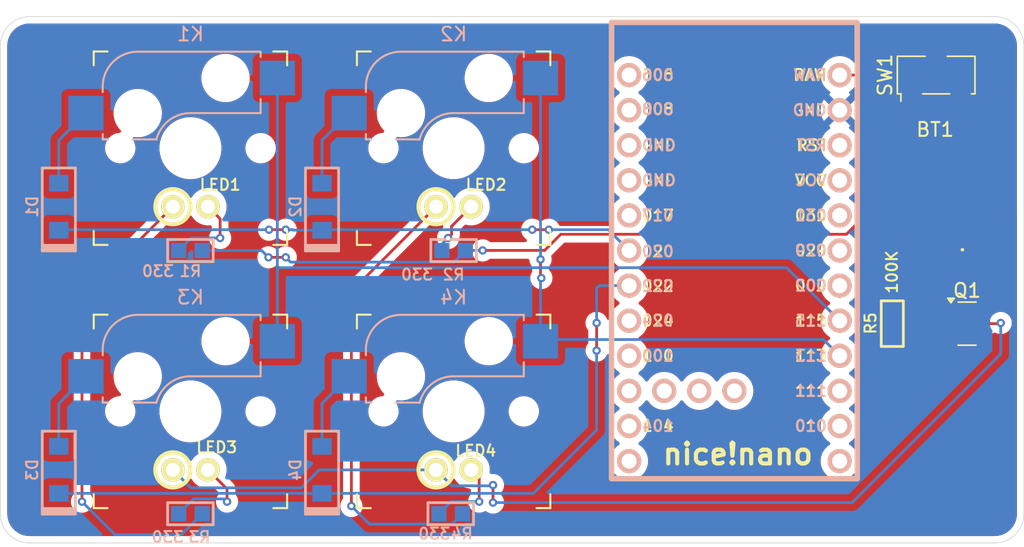
<source format=kicad_pcb>
(kicad_pcb (version 20241229) (generator "pcbnew") (generator_version "9.0")
  (layers (0 "F.Cu" signal) (2 "B.Cu" signal) (13 "F.Paste" user) (15 "B.Paste" user) (5 "F.SilkS" user "F.Silkscreen") (7 "B.SilkS" user "B.Silkscreen") (1 "F.Mask" user) (3 "B.Mask" user) (25 "Edge.Cuts" user))
  (net 0 "")
  (net 1 "GND")
  (net 2 "+3V3")
  (net 3 "Net-(D1-Pad2)")
  (net 4 "/row 1")
  (net 5 "Net-(D2-Pad2)")
  (net 6 "Net-(D3-Pad2)")
  (net 7 "/row 2")
  (net 8 "Net-(D4-Pad2)")
  (net 9 "/col 1")
  (net 10 "Net-(LED1-K)")
  (net 11 "Net-(LED1-A)")
  (net 12 "Net-(LED2-K)")
  (net 13 "Net-(LED2-A)")
  (net 14 "Net-(LED3-K)")
  (net 15 "Net-(LED3-A)")
  (net 16 "Net-(LED4-A)")
  (net 17 "/LED control pin")
  (net 18 "Net-(SW1-C)")
  (net 28 "/col 2")
  (footprint "keyboard_parts.pretty-master:R_1608" (layer "F.Cu") (at 88.899972 50.799984 90)
    (property "Reference" "R5" (at 0.025 -1.575 90) (layer "F.SilkS") (effects (font (size 0.8 0.8))))
    (property "Value" "100K" (at 3.741056 -0.025 90) (layer "F.SilkS") (effects (font (size 0.8 0.8))))
    (fp_line (start 1.65 -0.8) (end 1.65 0.8) (stroke (width 0.2)) (layer "F.SilkS"))
    (fp_line (start -1.65 -0.8) (end 1.65 -0.8) (stroke (width 0.2)) (layer "F.SilkS"))
    (fp_line (start 1.65 0.8) (end -1.65 0.8) (stroke (width 0.2)) (layer "F.SilkS"))
    (fp_line (start -1.65 0.8) (end -1.65 -0.8) (stroke (width 0.2)) (layer "F.SilkS"))
    (pad "1" smd rect (at -0.85 0 90) (size 1.1 1.1) (layers "F.Cu" "F.Mask" "F.Paste") (net 17 "/LED control pin") (clearance 0.1))
    (pad "2" smd rect (at 0.85 0 90) (size 1.1 1.1) (layers "F.Cu" "F.Mask" "F.Paste") (net 1 "GND") (clearance 0.1))
  )
  (footprint "nicenano:nice_nano" (layer "F.Cu") (at 77.469978 46.778323 -90)
    (property "Reference" "U1" (hide yes))
    (property "Value" "nice_nano" (hide yes))
    (fp_line (start -17.78 8.89) (end -15.24 8.89) (stroke (width 0.381)) (layer "F.SilkS"))
    (fp_line (start -15.24 8.89) (end 15.24 8.89) (stroke (width 0.381)) (layer "F.SilkS"))
    (fp_line (start 15.24 8.89) (end 15.24 -8.89) (stroke (width 0.381)) (layer "F.SilkS"))
    (fp_line (start -17.78 -8.89) (end -17.78 8.89) (stroke (width 0.381)) (layer "F.SilkS"))
    (fp_line (start -15.24 -8.89) (end -17.78 -8.89) (stroke (width 0.381)) (layer "F.SilkS"))
    (fp_line (start 15.24 -8.89) (end -15.24 -8.89) (stroke (width 0.381)) (layer "F.SilkS"))
    (fp_line (start -17.78 8.89) (end 15.24 8.89) (stroke (width 0.381)) (layer "B.SilkS"))
    (fp_line (start 15.24 8.89) (end 15.24 -8.89) (stroke (width 0.381)) (layer "B.SilkS"))
    (fp_line (start -17.78 -8.89) (end -17.78 8.89) (stroke (width 0.381)) (layer "B.SilkS"))
    (fp_line (start 15.24 -8.89) (end -17.78 -8.89) (stroke (width 0.381)) (layer "B.SilkS"))
    (fp_text user "RST" (at -8.89 -5.588 0) (layer "F.SilkS") (effects (font (size 0.8 0.8))))
    (fp_text user "GND" (at -6.35 5.461 0) (layer "F.SilkS") (effects (font (size 0.8 0.8))))
    (fp_text user "111" (at 8.89 -5.537191 0) (layer "F.SilkS") (effects (font (size 0.8 0.8))))
    (fp_text user "104" (at 11.43 5.53719 0) (layer "F.SilkS") (effects (font (size 0.8 0.8))))
    (fp_text user "113" (at 6.35 -5.537191 0) (layer "F.SilkS") (effects (font (size 0.8 0.8))))
    (fp_text user "010" (at 11.43 -5.537191 0) (layer "F.SilkS") (effects (font (size 0.8 0.8))))
    (fp_text user "100" (at 6.35 5.53719 0) (layer "F.SilkS") (effects (font (size 0.8 0.8))))
    (fp_text user "006" (at -13.97 5.53719 0) (layer "F.SilkS") (effects (font (size 0.8 0.8))))
    (fp_text user "RAW" (at -13.97 -5.473715 0) (layer "F.SilkS") (effects (font (size 0.8 0.8))))
    (fp_text user "008" (at -11.5 5.53719 0) (layer "F.SilkS") (effects (font (size 0.8 0.8))))
    (fp_text user "022" (at 1.3 5.53719 0) (layer "F.SilkS") (effects (font (size 0.8 0.8))))
    (fp_text user "GND" (at -8.89 5.461 0) (layer "F.SilkS") (effects (font (size 0.8 0.8))))
    (fp_text user "017" (at -3.8 5.53719 0) (layer "F.SilkS") (effects (font (size 0.8 0.8))))
    (fp_text user "029" (at -1.27 -5.537191 0) (layer "F.SilkS") (effects (font (size 0.8 0.8))))
    (fp_text user "nice!nano" (at 13.462 -0.254 0) (layer "F.SilkS") (effects (font (size 1.5 1.5) (thickness 0.3))))
    (fp_text user "VCC" (at -6.35 -5.537191 0) (layer "F.SilkS") (effects (font (size 0.8 0.8))))
    (fp_text user "002" (at 1.27 -5.537191 0) (layer "F.SilkS") (effects (font (size 0.8 0.8))))
    (fp_text user "020" (at -1.2 5.53719 0) (layer "F.SilkS") (effects (font (size 0.8 0.8))))
    (fp_text user "115" (at 3.81 -5.537191 0) (layer "F.SilkS") (effects (font (size 0.8 0.8))))
    (fp_text user "024" (at 3.81 5.53719 0) (layer "F.SilkS") (effects (font (size 0.8 0.8))))
    (fp_text user "031" (at -3.81 -5.537191 0) (layer "F.SilkS") (effects (font (size 0.8 0.8))))
    (fp_text user "GND" (at -11.43 -5.454667 0) (layer "F.SilkS") (effects (font (size 0.8 0.8))))
    (fp_text user "002" (at 1.27 -5.537191 0) (layer "B.SilkS") (effects (font (size 0.8 0.8)) (justify mirror)))
    (fp_text user "022" (at 1.3 5.53719 0) (layer "B.SilkS") (effects (font (size 0.8 0.8)) (justify mirror)))
    (fp_text user "RAW" (at -13.97 -5.473715 0) (layer "B.SilkS") (effects (font (size 0.8 0.8)) (justify mirror)))
    (fp_text user "100" (at 6.35 5.53719 0) (layer "B.SilkS") (effects (font (size 0.8 0.8)) (justify mirror)))
    (fp_text user "113" (at 6.35 -5.537191 0) (layer "B.SilkS") (effects (font (size 0.8 0.8)) (justify mirror)))
    (fp_text user "111" (at 8.89 -5.537191 0) (layer "B.SilkS") (effects (font (size 0.8 0.8)) (justify mirror)))
    (fp_text user "006" (at -13.97 5.53719 0) (layer "B.SilkS") (effects (font (size 0.8 0.8)) (justify mirror)))
    (fp_text user "115" (at 3.81 -5.537191 0) (layer "B.SilkS") (effects (font (size 0.8 0.8)) (justify mirror)))
    (fp_text user "104" (at 11.43 5.53719 0) (layer "B.SilkS") (effects (font (size 0.8 0.8)) (justify mirror)))
    (fp_text user "GND" (at -11.43 -5.454667 0) (layer "B.SilkS") (effects (font (size 0.8 0.8)) (justify mirror)))
    (fp_text user "020" (at -1.2 5.53719 0) (layer "B.SilkS") (effects (font (size 0.8 0.8)) (justify mirror)))
    (fp_text user "GND" (at -6.35 5.461 0) (layer "B.SilkS") (effects (font (size 0.8 0.8)) (justify mirror)))
    (fp_text user "VCC" (at -6.35 -5.537191 0) (layer "B.SilkS") (effects (font (size 0.8 0.8)) (justify mirror)))
    (fp_text user "029" (at -1.27 -5.537191 0) (layer "B.SilkS") (effects (font (size 0.8 0.8)) (justify mirror)))
    (fp_text user "017" (at -3.81 5.53719 0) (layer "B.SilkS") (effects (font (size 0.8 0.8)) (justify mirror)))
    (fp_text user "GND" (at -8.89 5.461 0) (layer "B.SilkS") (effects (font (size 0.8 0.8)) (justify mirror)))
    (fp_text user "RST" (at -8.89 -5.588 0) (layer "B.SilkS") (effects (font (size 0.8 0.8)) (justify mirror)))
    (fp_text user "010" (at 11.43 -5.537191 0) (layer "B.SilkS") (effects (font (size 0.8 0.8)) (justify mirror)))
    (fp_text user "008" (at -11.5 5.53719 0) (layer "B.SilkS") (effects (font (size 0.8 0.8)) (justify mirror)))
    (fp_text user "024" (at 3.8 5.53719 0) (layer "B.SilkS") (effects (font (size 0.8 0.8)) (justify mirror)))
    (fp_text user "031" (at -3.81 -5.537191 0) (layer "B.SilkS") (effects (font (size 0.8 0.8)) (justify mirror)))
    (pad "1" thru_hole circle (at -13.97 7.62 270) (size 1.7526 1.7526) (drill 1.0922) (layers "*.Cu" "*.SilkS" "*.Mask"))
    (pad "2" thru_hole circle (at -11.43 7.62 270) (size 1.7526 1.7526) (drill 1.0922) (layers "*.Cu" "*.SilkS" "*.Mask"))
    (pad "3" thru_hole circle (at -8.89 7.62 270) (size 1.7526 1.7526) (drill 1.0922) (layers "*.Cu" "*.SilkS" "*.Mask"))
    (pad "4" thru_hole circle (at -6.35 7.62 270) (size 1.7526 1.7526) (drill 1.0922) (layers "*.Cu" "*.SilkS" "*.Mask"))
    (pad "5" thru_hole circle (at -3.81 7.62 270) (size 1.7526 1.7526) (drill 1.0922) (layers "*.Cu" "*.SilkS" "*.Mask"))
    (pad "6" thru_hole circle (at -1.27 7.62 270) (size 1.7526 1.7526) (drill 1.0922) (layers "*.Cu" "*.SilkS" "*.Mask") (net 4 "/row 1"))
    (pad "7" thru_hole circle (at 1.27 7.62 270) (size 1.7526 1.7526) (drill 1.0922) (layers "*.Cu" "*.SilkS" "*.Mask") (net 7 "/row 2"))
    (pad "8" thru_hole circle (at 3.81 7.62 270) (size 1.7526 1.7526) (drill 1.0922) (layers "*.Cu" "*.SilkS" "*.Mask"))
    (pad "9" thru_hole circle (at 6.35 7.62 270) (size 1.7526 1.7526) (drill 1.0922) (layers "*.Cu" "*.SilkS" "*.Mask"))
    (pad "10" thru_hole circle (at 8.89 7.62 270) (size 1.7526 1.7526) (drill 1.0922) (layers "*.Cu" "*.SilkS" "*.Mask"))
    (pad "11" thru_hole circle (at 11.43 7.62 270) (size 1.7526 1.7526) (drill 1.0922) (layers "*.Cu" "*.SilkS" "*.Mask"))
    (pad "12" thru_hole circle (at 13.97 7.62 270) (size 1.7526 1.7526) (drill 1.0922) (layers "*.Cu" "*.SilkS" "*.Mask"))
    (pad "13" thru_hole circle (at 13.97 -7.62 270) (size 1.7526 1.7526) (drill 1.0922) (layers "*.Cu" "*.SilkS" "*.Mask"))
    (pad "14" thru_hole circle (at 11.43 -7.62 270) (size 1.7526 1.7526) (drill 1.0922) (layers "*.Cu" "*.SilkS" "*.Mask"))
    (pad "15" thru_hole circle (at 8.89 -7.62 270) (size 1.7526 1.7526) (drill 1.0922) (layers "*.Cu" "*.SilkS" "*.Mask"))
    (pad "16" thru_hole circle (at 6.35 -7.62 270) (size 1.7526 1.7526) (drill 1.0922) (layers "*.Cu" "*.SilkS" "*.Mask") (net 28 "/col 2"))
    (pad "17" thru_hole circle (at 3.81 -7.62 270) (size 1.7526 1.7526) (drill 1.0922) (layers "*.Cu" "*.SilkS" "*.Mask") (net 9 "/col 1"))
    (pad "18" thru_hole circle (at 1.27 -7.62 270) (size 1.7526 1.7526) (drill 1.0922) (layers "*.Cu" "*.SilkS" "*.Mask"))
    (pad "19" thru_hole circle (at -1.27 -7.62 270) (size 1.7526 1.7526) (drill 1.0922) (layers "*.Cu" "*.SilkS" "*.Mask"))
    (pad "20" thru_hole circle (at -3.81 -7.62 270) (size 1.7526 1.7526) (drill 1.0922) (layers "*.Cu" "*.SilkS" "*.Mask"))
    (pad "21" thru_hole circle (at -6.35 -7.62 270) (size 1.7526 1.7526) (drill 1.0922) (layers "*.Cu" "*.SilkS" "*.Mask"))
    (pad "22" thru_hole circle (at -8.89 -7.62 270) (size 1.7526 1.7526) (drill 1.0922) (layers "*.Cu" "*.SilkS" "*.Mask"))
    (pad "23" thru_hole circle (at -11.43 -7.62 270) (size 1.7526 1.7526) (drill 1.0922) (layers "*.Cu" "*.SilkS" "*.Mask") (net 1 "GND"))
    (pad "24" thru_hole circle (at -13.97 -7.62 270) (size 1.7526 1.7526) (drill 1.0922) (layers "*.Cu" "*.SilkS" "*.Mask") (net 18 "Net-(SW1-C)"))
    (pad "31" thru_hole circle (at 8.89 5.08 270) (size 1.7526 1.7526) (drill 1.0922) (layers "*.Cu" "*.SilkS" "*.Mask"))
    (pad "32" thru_hole circle (at 8.89 2.54 270) (size 1.7526 1.7526) (drill 1.0922) (layers "*.Cu" "*.SilkS" "*.Mask"))
    (pad "33" thru_hole circle (at 8.89 0 270) (size 1.7526 1.7526) (drill 1.0922) (layers "*.Cu" "*.SilkS" "*.Mask"))
  )
  (footprint "keyboard_parts.pretty-master:LED_TH" (layer "F.Cu") (at 38.100006 61.383343)
    (property "Reference" "LED3" (at 1.899994 -1.633343 0) (layer "F.SilkS") (effects (font (size 0.8 0.8))))
    (property "Value" "LED" (hide yes))
    (fp_circle (center -1.27 0) (end -1.27 -1.27) (stroke (width 0.3)) (fill no) (layer "F.SilkS"))
    (pad "1" thru_hole circle (at -1.27 0) (size 1.7 1.7) (drill 1) (layers "*.Cu" "*.Mask" "F.SilkS") (net 14 "Net-(LED3-K)"))
    (pad "2" thru_hole circle (at 1.27 0) (size 1.7 1.7) (drill 1) (layers "*.Cu" "*.Mask" "F.SilkS") (net 15 "Net-(LED3-A)"))
  )
  (footprint "KeySwFootprint:Kailh_socket_MX" (layer "F.Cu") (at 38.1 57.15)
    (property "Reference" "K3" (at 0 -8.255 0) (layer "B.SilkS") (effects (justify mirror)))
    (property "Value" "KEYSW" (hide yes))
    (fp_line (start -7 -6) (end -7 -7) (stroke (width 0.15)) (layer "F.SilkS"))
    (fp_line (start -7 7) (end -7 6) (stroke (width 0.15)) (layer "F.SilkS"))
    (fp_line (start -7 7) (end -6 7) (stroke (width 0.15)) (layer "F.SilkS"))
    (fp_line (start -6 -7) (end -7 -7) (stroke (width 0.15)) (layer "F.SilkS"))
    (fp_line (start 6 7) (end 7 7) (stroke (width 0.15)) (layer "F.SilkS"))
    (fp_line (start 7 -7) (end 6 -7) (stroke (width 0.15)) (layer "F.SilkS"))
    (fp_line (start 7 -7) (end 7 -6) (stroke (width 0.15)) (layer "F.SilkS"))
    (fp_line (start 7 6) (end 7 7) (stroke (width 0.15)) (layer "F.SilkS"))
    (fp_line (start -6.35 -4.445) (end -6.35 -4.064) (stroke (width 0.15)) (layer "B.SilkS"))
    (fp_line (start -6.35 -1.016) (end -6.35 -0.635) (stroke (width 0.15)) (layer "B.SilkS"))
    (fp_line (start -5.969 -0.635) (end -6.35 -0.635) (stroke (width 0.15)) (layer "B.SilkS"))
    (fp_line (start -3.81 -6.985) (end 5.08 -6.985) (stroke (width 0.15)) (layer "B.SilkS"))
    (fp_line (start -2.464162 -0.635) (end -4.191 -0.635) (stroke (width 0.15)) (layer "B.SilkS"))
    (fp_line (start 5.08 -6.985) (end 5.08 -6.604) (stroke (width 0.15)) (layer "B.SilkS"))
    (fp_line (start 5.08 -3.556) (end 5.08 -2.54) (stroke (width 0.15)) (layer "B.SilkS"))
    (fp_line (start 5.08 -2.54) (end 0 -2.54) (stroke (width 0.15)) (layer "B.SilkS"))
    (fp_arc (start -6.35 -4.445) (mid -5.606051 -6.241051) (end -3.81 -6.985) (stroke (width 0.15)) (layer "B.SilkS"))
    (fp_arc (start -2.464162 -0.61604) (mid -1.563147 -2.002042) (end 0 -2.54) (stroke (width 0.15)) (layer "B.SilkS"))
    (pad "" np_thru_hole circle (at -5.08 0) (size 1.7018 1.7018) (drill 1.7018) (layers "*.Cu" "*.Mask"))
    (pad "" np_thru_hole circle (at -3.81 -2.54) (size 3 3) (drill 3) (layers "*.Cu" "*.Mask"))
    (pad "" np_thru_hole circle (at 0 0) (size 3.9878 3.9878) (drill 3.9878) (layers "*.Cu" "*.Mask"))
    (pad "" np_thru_hole circle (at 2.54 -5.08) (size 3 3) (drill 3) (layers "*.Cu" "*.Mask"))
    (pad "" np_thru_hole circle (at 5.08 0) (size 1.7018 1.7018) (drill 1.7018) (layers "*.Cu" "*.Mask"))
    (pad "1" smd rect (at 6.29 -5.08) (size 2.55 2.5) (layers "B.Cu" "B.Mask" "B.Paste") (net 9 "/col 1"))
    (pad "2" smd rect (at -7.56 -2.54) (size 2.55 2.5) (layers "B.Cu" "B.Mask" "B.Paste") (net 6 "Net-(D3-Pad2)"))
  )
  (footprint "Package_TO_SOT_SMD:SOT-23" (layer "F.Cu") (at 94.31247 50.799984)
    (property "Reference" "Q1" (at 0 -2.4 0) (layer "F.SilkS"))
    (property "Value" "2N7002")
    (fp_line (start 0 -1.56) (end -0.65 -1.56) (stroke (width 0.12)) (layer "F.SilkS"))
    (fp_line (start 0 -1.56) (end 0.65 -1.56) (stroke (width 0.12)) (layer "F.SilkS"))
    (fp_line (start 0 1.56) (end -0.65 1.56) (stroke (width 0.12)) (layer "F.SilkS"))
    (fp_line (start 0 1.56) (end 0.65 1.56) (stroke (width 0.12)) (layer "F.SilkS"))
    (fp_poly (pts (xy -1.1625 -1.51) (xy -1.4025 -1.84) (xy -0.9225 -1.84) (xy -1.1625 -1.51)) (stroke (width 0.12)) (fill yes) (layer "F.SilkS"))
    (pad "1" smd roundrect (at -0.9375 -0.95) (size 1.475 0.6) (layers "F.Cu" "F.Mask" "F.Paste") (net 17 "/LED control pin"))
    (pad "2" smd roundrect (at -0.9375 0.95) (size 1.475 0.6) (layers "F.Cu" "F.Mask" "F.Paste") (net 1 "GND"))
    (pad "3" smd roundrect (at 0.9375 0) (size 1.475 0.6) (layers "F.Cu" "F.Mask" "F.Paste") (net 14 "Net-(LED3-K)"))
  )
  (footprint "KeySwFootprint:Kailh_socket_MX" (layer "F.Cu") (at 57.15 38.1)
    (property "Reference" "K2" (at -0.000018 -8.255 0) (layer "B.SilkS") (effects (justify mirror)))
    (property "Value" "KEYSW" (hide yes))
    (fp_line (start -7 -6) (end -7 -7) (stroke (width 0.15)) (layer "F.SilkS"))
    (fp_line (start -7 7) (end -7 6) (stroke (width 0.15)) (layer "F.SilkS"))
    (fp_line (start -7 7) (end -6 7) (stroke (width 0.15)) (layer "F.SilkS"))
    (fp_line (start -6 -7) (end -7 -7) (stroke (width 0.15)) (layer "F.SilkS"))
    (fp_line (start 6 7) (end 7 7) (stroke (width 0.15)) (layer "F.SilkS"))
    (fp_line (start 7 -7) (end 6 -7) (stroke (width 0.15)) (layer "F.SilkS"))
    (fp_line (start 7 -7) (end 7 -6) (stroke (width 0.15)) (layer "F.SilkS"))
    (fp_line (start 7 6) (end 7 7) (stroke (width 0.15)) (layer "F.SilkS"))
    (fp_line (start -6.35 -4.445) (end -6.35 -4.064) (stroke (width 0.15)) (layer "B.SilkS"))
    (fp_line (start -6.35 -1.016) (end -6.35 -0.635) (stroke (width 0.15)) (layer "B.SilkS"))
    (fp_line (start -5.969 -0.635) (end -6.35 -0.635) (stroke (width 0.15)) (layer "B.SilkS"))
    (fp_line (start -3.81 -6.985) (end 5.08 -6.985) (stroke (width 0.15)) (layer "B.SilkS"))
    (fp_line (start -2.464162 -0.635) (end -4.191 -0.635) (stroke (width 0.15)) (layer "B.SilkS"))
    (fp_line (start 5.08 -6.985) (end 5.08 -6.604) (stroke (width 0.15)) (layer "B.SilkS"))
    (fp_line (start 5.08 -3.556) (end 5.08 -2.54) (stroke (width 0.15)) (layer "B.SilkS"))
    (fp_line (start 5.08 -2.54) (end 0 -2.54) (stroke (width 0.15)) (layer "B.SilkS"))
    (fp_arc (start -6.35 -4.445) (mid -5.606051 -6.241051) (end -3.81 -6.985) (stroke (width 0.15)) (layer "B.SilkS"))
    (fp_arc (start -2.464162 -0.61604) (mid -1.563147 -2.002042) (end 0 -2.54) (stroke (width 0.15)) (layer "B.SilkS"))
    (pad "" np_thru_hole circle (at -5.08 0) (size 1.7018 1.7018) (drill 1.7018) (layers "*.Cu" "*.Mask"))
    (pad "" np_thru_hole circle (at -3.81 -2.54) (size 3 3) (drill 3) (layers "*.Cu" "*.Mask"))
    (pad "" np_thru_hole circle (at 0 0) (size 3.9878 3.9878) (drill 3.9878) (layers "*.Cu" "*.Mask"))
    (pad "" np_thru_hole circle (at 2.54 -5.08) (size 3 3) (drill 3) (layers "*.Cu" "*.Mask"))
    (pad "" np_thru_hole circle (at 5.08 0) (size 1.7018 1.7018) (drill 1.7018) (layers "*.Cu" "*.Mask"))
    (pad "1" smd rect (at 6.29 -5.08) (size 2.55 2.5) (layers "B.Cu" "B.Mask" "B.Paste") (net 28 "/col 2"))
    (pad "2" smd rect (at -7.56 -2.54) (size 2.55 2.5) (layers "B.Cu" "B.Mask" "B.Paste") (net 5 "Net-(D2-Pad2)"))
  )
  (footprint "misc:JST_S2B-PH-SM4-TB" (layer "F.Cu") (at 92.074971 43.849988)
    (property "Reference" "BT1" (at -0.074971 -7.099988 0) (layer "F.SilkS") (effects (font (size 1.001386 1.001386))))
    (property "Value" "Battery_Cell")
    (fp_circle (center 1.9 1.6) (end 2.027 1.6) (fill yes) (layer "F.SilkS"))
    (pad "1" smd rect (at 1 0) (size 1 3.5) (layers "F.Cu" "F.Mask" "F.Paste") (net 2 "+3V3"))
    (pad "2" smd rect (at -1 0) (size 1 3.5) (layers "F.Cu" "F.Mask" "F.Paste") (net 1 "GND"))
    (pad "P1" smd rect (at 3.35 -5.75) (size 1.5 3.4) (layers "F.Cu" "F.Mask" "F.Paste"))
    (pad "P2" smd rect (at -3.35 -5.75) (size 1.5 3.4) (layers "F.Cu" "F.Mask" "F.Paste"))
  )
  (footprint "keyboard_parts.pretty-master:LED_TH" (layer "F.Cu") (at 57.15 61.383343)
    (property "Reference" "LED4" (at 1.6 -1.383343 0) (layer "F.SilkS") (effects (font (size 0.8 0.8))))
    (property "Value" "LED" (hide yes))
    (fp_circle (center -1.27 0) (end -1.27 -1.27) (stroke (width 0.3)) (fill no) (layer "F.SilkS"))
    (pad "1" thru_hole circle (at -1.27 0) (size 1.7 1.7) (drill 1) (layers "*.Cu" "*.Mask" "F.SilkS") (net 14 "Net-(LED3-K)"))
    (pad "2" thru_hole circle (at 1.27 0) (size 1.7 1.7) (drill 1) (layers "*.Cu" "*.Mask" "F.SilkS") (net 16 "Net-(LED4-A)"))
  )
  (footprint "KeySwFootprint:Kailh_socket_MX" (layer "F.Cu") (at 57.15 57.15)
    (property "Reference" "K4" (at 0 -8.255 0) (layer "B.SilkS") (effects (justify mirror)))
    (property "Value" "KEYSW" (hide yes))
    (fp_line (start -7 -6) (end -7 -7) (stroke (width 0.15)) (layer "F.SilkS"))
    (fp_line (start -7 7) (end -7 6) (stroke (width 0.15)) (layer "F.SilkS"))
    (fp_line (start -7 7) (end -6 7) (stroke (width 0.15)) (layer "F.SilkS"))
    (fp_line (start -6 -7) (end -7 -7) (stroke (width 0.15)) (layer "F.SilkS"))
    (fp_line (start 6 7) (end 7 7) (stroke (width 0.15)) (layer "F.SilkS"))
    (fp_line (start 7 -7) (end 6 -7) (stroke (width 0.15)) (layer "F.SilkS"))
    (fp_line (start 7 -7) (end 7 -6) (stroke (width 0.15)) (layer "F.SilkS"))
    (fp_line (start 7 6) (end 7 7) (stroke (width 0.15)) (layer "F.SilkS"))
    (fp_line (start -6.35 -4.445) (end -6.35 -4.064) (stroke (width 0.15)) (layer "B.SilkS"))
    (fp_line (start -6.35 -1.016) (end -6.35 -0.635) (stroke (width 0.15)) (layer "B.SilkS"))
    (fp_line (start -5.969 -0.635) (end -6.35 -0.635) (stroke (width 0.15)) (layer "B.SilkS"))
    (fp_line (start -3.81 -6.985) (end 5.08 -6.985) (stroke (width 0.15)) (layer "B.SilkS"))
    (fp_line (start -2.464162 -0.635) (end -4.191 -0.635) (stroke (width 0.15)) (layer "B.SilkS"))
    (fp_line (start 5.08 -6.985) (end 5.08 -6.604) (stroke (width 0.15)) (layer "B.SilkS"))
    (fp_line (start 5.08 -3.556) (end 5.08 -2.54) (stroke (width 0.15)) (layer "B.SilkS"))
    (fp_line (start 5.08 -2.54) (end 0 -2.54) (stroke (width 0.15)) (layer "B.SilkS"))
    (fp_arc (start -6.35 -4.445) (mid -5.606051 -6.241051) (end -3.81 -6.985) (stroke (width 0.15)) (layer "B.SilkS"))
    (fp_arc (start -2.464162 -0.61604) (mid -1.563147 -2.002042) (end 0 -2.54) (stroke (width 0.15)) (layer "B.SilkS"))
    (pad "" np_thru_hole circle (at -5.08 0) (size 1.7018 1.7018) (drill 1.7018) (layers "*.Cu" "*.Mask"))
    (pad "" np_thru_hole circle (at -3.81 -2.54) (size 3 3) (drill 3) (layers "*.Cu" "*.Mask"))
    (pad "" np_thru_hole circle (at 0 0) (size 3.9878 3.9878) (drill 3.9878) (layers "*.Cu" "*.Mask"))
    (pad "" np_thru_hole circle (at 2.54 -5.08) (size 3 3) (drill 3) (layers "*.Cu" "*.Mask"))
    (pad "" np_thru_hole circle (at 5.08 0) (size 1.7018 1.7018) (drill 1.7018) (layers "*.Cu" "*.Mask"))
    (pad "1" smd rect (at 6.29 -5.08) (size 2.55 2.5) (layers "B.Cu" "B.Mask" "B.Paste") (net 28 "/col 2"))
    (pad "2" smd rect (at -7.56 -2.54) (size 2.55 2.5) (layers "B.Cu" "B.Mask" "B.Paste") (net 8 "Net-(D4-Pad2)"))
  )
  (footprint "keyboard_parts.pretty-master:LED_TH" (layer "F.Cu") (at 57.150009 42.33334)
    (property "Reference" "LED2" (at 2.349991 -1.58334 0) (layer "F.SilkS") (effects (font (size 0.8 0.8))))
    (property "Value" "LED" (hide yes))
    (fp_circle (center -1.27 0) (end -1.27 -1.27) (stroke (width 0.3)) (fill no) (layer "F.SilkS"))
    (pad "1" thru_hole circle (at -1.27 0) (size 1.7 1.7) (drill 1) (layers "*.Cu" "*.Mask" "F.SilkS") (net 12 "Net-(LED2-K)"))
    (pad "2" thru_hole circle (at 1.27 0) (size 1.7 1.7) (drill 1) (layers "*.Cu" "*.Mask" "F.SilkS") (net 13 "Net-(LED2-A)"))
  )
  (footprint "keyboard_parts.pretty-master:LED_TH" (layer "F.Cu") (at 38.100006 42.33334)
    (property "Reference" "LED1" (at 2.149994 -1.58334 0) (layer "F.SilkS") (effects (font (size 0.8 0.8))))
    (property "Value" "LED" (hide yes))
    (fp_circle (center -1.27 0) (end -1.27 -1.27) (stroke (width 0.3)) (fill no) (layer "F.SilkS"))
    (pad "1" thru_hole circle (at -1.27 0) (size 1.7 1.7) (drill 1) (layers "*.Cu" "*.Mask" "F.SilkS") (net 10 "Net-(LED1-K)"))
    (pad "2" thru_hole circle (at 1.27 0) (size 1.7 1.7) (drill 1) (layers "*.Cu" "*.Mask" "F.SilkS") (net 11 "Net-(LED1-A)"))
  )
  (footprint "Button_Switch_SMD:Nidec_Copal_CAS-120A" (layer "F.Cu") (at 92.074971 32.808323 90)
    (property "Reference" "SW1" (at 0 -3.7 90) (layer "F.SilkS"))
    (property "Value" "SW_SPDT_321" (hide yes))
    (fp_line (start 1.36 -2.81) (end 1.36 -0.8) (stroke (width 0.12)) (layer "F.SilkS"))
    (fp_line (start -1.36 -2.81) (end 1.36 -2.81) (stroke (width 0.12)) (layer "F.SilkS"))
    (fp_line (start -1.36 -2.55) (end -1.36 -2.8) (stroke (width 0.12)) (layer "F.SilkS"))
    (fp_line (start -1.36 -2.55) (end -1.9 -2.55) (stroke (width 0.12)) (layer "F.SilkS"))
    (fp_line (start -1.36 -0.98) (end -1.36 0.98) (stroke (width 0.12)) (layer "F.SilkS"))
    (fp_line (start 1.36 0.8) (end 1.36 2.81) (stroke (width 0.12)) (layer "F.SilkS"))
    (fp_line (start 1.35 2.81) (end -1.35 2.81) (stroke (width 0.12)) (layer "F.SilkS"))
    (fp_line (start -1.36 2.81) (end -1.36 2.55) (stroke (width 0.12)) (layer "F.SilkS"))
    (pad "1" smd roundrect (at -1.15 -1.75) (size 1 1.6) (layers "F.Cu" "F.Mask" "F.Paste") (net 18 "Net-(SW1-C)"))
    (pad "2" smd roundrect (at 1.15 0) (size 1 1.6) (layers "F.Cu" "F.Mask" "F.Paste") (net 2 "+3V3"))
    (pad "3" smd roundrect (at -1.15 1.75) (size 1 1.6) (layers "F.Cu" "F.Mask" "F.Paste"))
  )
  (footprint "KeySwFootprint:Kailh_socket_MX" (layer "F.Cu") (at 38.1 38.1)
    (property "Reference" "K1" (at 0 -8.255 0) (layer "B.SilkS") (effects (justify mirror)))
    (property "Value" "KEYSW" (hide yes))
    (fp_line (start -7 -6) (end -7 -7) (stroke (width 0.15)) (layer "F.SilkS"))
    (fp_line (start -7 7) (end -7 6) (stroke (width 0.15)) (layer "F.SilkS"))
    (fp_line (start -7 7) (end -6 7) (stroke (width 0.15)) (layer "F.SilkS"))
    (fp_line (start -6 -7) (end -7 -7) (stroke (width 0.15)) (layer "F.SilkS"))
    (fp_line (start 6 7) (end 7 7) (stroke (width 0.15)) (layer "F.SilkS"))
    (fp_line (start 7 -7) (end 6 -7) (stroke (width 0.15)) (layer "F.SilkS"))
    (fp_line (start 7 -7) (end 7 -6) (stroke (width 0.15)) (layer "F.SilkS"))
    (fp_line (start 7 6) (end 7 7) (stroke (width 0.15)) (layer "F.SilkS"))
    (fp_line (start -6.35 -4.445) (end -6.35 -4.064) (stroke (width 0.15)) (layer "B.SilkS"))
    (fp_line (start -6.35 -1.016) (end -6.35 -0.635) (stroke (width 0.15)) (layer "B.SilkS"))
    (fp_line (start -5.969 -0.635) (end -6.35 -0.635) (stroke (width 0.15)) (layer "B.SilkS"))
    (fp_line (start -3.81 -6.985) (end 5.08 -6.985) (stroke (width 0.15)) (layer "B.SilkS"))
    (fp_line (start -2.464162 -0.635) (end -4.191 -0.635) (stroke (width 0.15)) (layer "B.SilkS"))
    (fp_line (start 5.08 -6.985) (end 5.08 -6.604) (stroke (width 0.15)) (layer "B.SilkS"))
    (fp_line (start 5.08 -3.556) (end 5.08 -2.54) (stroke (width 0.15)) (layer "B.SilkS"))
    (fp_line (start 5.08 -2.54) (end 0 -2.54) (stroke (width 0.15)) (layer "B.SilkS"))
    (fp_arc (start -6.35 -4.445) (mid -5.606051 -6.241051) (end -3.81 -6.985) (stroke (width 0.15)) (layer "B.SilkS"))
    (fp_arc (start -2.464162 -0.61604) (mid -1.563147 -2.002042) (end 0 -2.54) (stroke (width 0.15)) (layer "B.SilkS"))
    (pad "" np_thru_hole circle (at -5.08 0) (size 1.7018 1.7018) (drill 1.7018) (layers "*.Cu" "*.Mask"))
    (pad "" np_thru_hole circle (at -3.81 -2.54) (size 3 3) (drill 3) (layers "*.Cu" "*.Mask"))
    (pad "" np_thru_hole circle (at 0 0) (size 3.9878 3.9878) (drill 3.9878) (layers "*.Cu" "*.Mask"))
    (pad "" np_thru_hole circle (at 2.54 -5.08) (size 3 3) (drill 3) (layers "*.Cu" "*.Mask"))
    (pad "" np_thru_hole circle (at 5.08 0) (size 1.7018 1.7018) (drill 1.7018) (layers "*.Cu" "*.Mask"))
    (pad "1" smd rect (at 6.29 -5.08) (size 2.55 2.5) (layers "B.Cu" "B.Mask" "B.Paste") (net 9 "/col 1"))
    (pad "2" smd rect (at -7.56 -2.54) (size 2.55 2.5) (layers "B.Cu" "B.Mask" "B.Paste") (net 3 "Net-(D1-Pad2)"))
  )
  (footprint "keyboard_parts.pretty-master:D_SOD123" (layer "B.Cu") (at 28.574991 42.33332 90)
    (property "Reference" "D1" (at 0 -1.925 90) (layer "B.SilkS") (effects (font (size 0.8 0.8)) (justify mirror)))
    (property "Value" "D" (hide yes))
    (fp_line (start 2.8 -1.2) (end -3.2 -1.2) (stroke (width 0.2)) (layer "B.SilkS"))
    (fp_line (start -3.075 -1.2) (end -3.075 1.2) (stroke (width 0.2)) (layer "B.SilkS"))
    (fp_line (start -3.2 -1.2) (end -3.2 1.2) (stroke (width 0.2)) (layer "B.SilkS"))
    (fp_line (start 2.8 1.2) (end 2.8 -1.2) (stroke (width 0.2)) (layer "B.SilkS"))
    (fp_line (start -2.8 1.2) (end -2.8 -1.2) (stroke (width 0.2)) (layer "B.SilkS"))
    (fp_line (start -2.925 1.2) (end -2.925 -1.2) (stroke (width 0.2)) (layer "B.SilkS"))
    (fp_line (start -3.2 1.2) (end 2.8 1.2) (stroke (width 0.2)) (layer "B.SilkS"))
    (pad "1" smd rect (at -1.7 0 90) (size 1.2 1.4) (layers "B.Cu" "B.Mask" "B.Paste") (net 4 "/row 1"))
    (pad "2" smd rect (at 1.7 0 90) (size 1.2 1.4) (layers "B.Cu" "B.Mask" "B.Paste") (net 3 "Net-(D1-Pad2)"))
  )
  (footprint "keyboard_parts.pretty-master:D_SOD123" (layer "B.Cu") (at 28.574991 61.383314 90)
    (property "Reference" "D3" (at 0 -1.925 90) (layer "B.SilkS") (effects (font (size 0.8 0.8)) (justify mirror)))
    (property "Value" "D" (hide yes))
    (fp_line (start 2.8 -1.2) (end -3.2 -1.2) (stroke (width 0.2)) (layer "B.SilkS"))
    (fp_line (start -3.075 -1.2) (end -3.075 1.2) (stroke (width 0.2)) (layer "B.SilkS"))
    (fp_line (start -3.2 -1.2) (end -3.2 1.2) (stroke (width 0.2)) (layer "B.SilkS"))
    (fp_line (start 2.8 1.2) (end 2.8 -1.2) (stroke (width 0.2)) (layer "B.SilkS"))
    (fp_line (start -2.8 1.2) (end -2.8 -1.2) (stroke (width 0.2)) (layer "B.SilkS"))
    (fp_line (start -2.925 1.2) (end -2.925 -1.2) (stroke (width 0.2)) (layer "B.SilkS"))
    (fp_line (start -3.2 1.2) (end 2.8 1.2) (stroke (width 0.2)) (layer "B.SilkS"))
    (pad "1" smd rect (at -1.7 0 90) (size 1.2 1.4) (layers "B.Cu" "B.Mask" "B.Paste") (net 7 "/row 2"))
    (pad "2" smd rect (at 1.7 0 90) (size 1.2 1.4) (layers "B.Cu" "B.Mask" "B.Paste") (net 6 "Net-(D3-Pad2)"))
  )
  (footprint "keyboard_parts.pretty-master:R_1608" (layer "B.Cu") (at 56.941649 64.558313 180)
    (property "Reference" "R4" (at -0.808351 -1.441687 0) (layer "B.SilkS") (effects (font (size 0.8 0.8)) (justify mirror)))
    (property "Value" "330" (at 1.191649 -1.441687 0) (layer "B.SilkS") (effects (font (size 0.8 0.8)) (justify mirror)))
    (fp_line (start 1.65 0.8) (end 1.65 -0.8) (stroke (width 0.2)) (layer "B.SilkS"))
    (fp_line (start 1.65 -0.8) (end -1.65 -0.8) (stroke (width 0.2)) (layer "B.SilkS"))
    (fp_line (start -1.65 0.8) (end 1.65 0.8) (stroke (width 0.2)) (layer "B.SilkS"))
    (fp_line (start -1.65 -0.8) (end -1.65 0.8) (stroke (width 0.2)) (layer "B.SilkS"))
    (pad "1" smd rect (at -0.85 0 180) (size 1.1 1.1) (layers "B.Cu" "B.Mask" "B.Paste") (net 12 "Net-(LED2-K)") (clearance 0.1))
    (pad "2" smd rect (at 0.85 0 180) (size 1.1 1.1) (layers "B.Cu" "B.Mask" "B.Paste") (net 16 "Net-(LED4-A)") (clearance 0.1))
  )
  (footprint "keyboard_parts.pretty-master:R_1608" (layer "B.Cu") (at 57.149982 45.508319 180)
    (property "Reference" "R2" (at 0 -1.741681 0) (layer "B.SilkS") (effects (font (size 0.8 0.8)) (justify mirror)))
    (property "Value" "330" (at 2.649982 -1.741681 0) (layer "B.SilkS") (effects (font (size 0.8 0.8)) (justify mirror)))
    (fp_line (start 1.65 0.8) (end 1.65 -0.8) (stroke (width 0.2)) (layer "B.SilkS"))
    (fp_line (start 1.65 -0.8) (end -1.65 -0.8) (stroke (width 0.2)) (layer "B.SilkS"))
    (fp_line (start -1.65 0.8) (end 1.65 0.8) (stroke (width 0.2)) (layer "B.SilkS"))
    (fp_line (start -1.65 -0.8) (end -1.65 0.8) (stroke (width 0.2)) (layer "B.SilkS"))
    (pad "1" smd rect (at -0.85 0 180) (size 1.1 1.1) (layers "B.Cu" "B.Mask" "B.Paste") (net 2 "+3V3") (clearance 0.1))
    (pad "2" smd rect (at 0.85 0 180) (size 1.1 1.1) (layers "B.Cu" "B.Mask" "B.Paste") (net 13 "Net-(LED2-A)") (clearance 0.1))
  )
  (footprint "keyboard_parts.pretty-master:D_SOD123" (layer "B.Cu") (at 47.624985 42.33332 90)
    (property "Reference" "D2" (at 0 -1.925 90) (layer "B.SilkS") (effects (font (size 0.8 0.8)) (justify mirror)))
    (property "Value" "D" (hide yes))
    (fp_line (start 2.8 -1.2) (end -3.2 -1.2) (stroke (width 0.2)) (layer "B.SilkS"))
    (fp_line (start -3.075 -1.2) (end -3.075 1.2) (stroke (width 0.2)) (layer "B.SilkS"))
    (fp_line (start -3.2 -1.2) (end -3.2 1.2) (stroke (width 0.2)) (layer "B.SilkS"))
    (fp_line (start 2.8 1.2) (end 2.8 -1.2) (stroke (width 0.2)) (layer "B.SilkS"))
    (fp_line (start -2.8 1.2) (end -2.8 -1.2) (stroke (width 0.2)) (layer "B.SilkS"))
    (fp_line (start -2.925 1.2) (end -2.925 -1.2) (stroke (width 0.2)) (layer "B.SilkS"))
    (fp_line (start -3.2 1.2) (end 2.8 1.2) (stroke (width 0.2)) (layer "B.SilkS"))
    (pad "1" smd rect (at -1.7 0 90) (size 1.2 1.4) (layers "B.Cu" "B.Mask" "B.Paste") (net 4 "/row 1"))
    (pad "2" smd rect (at 1.7 0 90) (size 1.2 1.4) (layers "B.Cu" "B.Mask" "B.Paste") (net 5 "Net-(D2-Pad2)"))
  )
  (footprint "keyboard_parts.pretty-master:D_SOD123" (layer "B.Cu") (at 47.624985 61.383343 90)
    (property "Reference" "D4" (at 0 -1.925 90) (layer "B.SilkS") (effects (font (size 0.8 0.8)) (justify mirror)))
    (property "Value" "D" (hide yes))
    (fp_line (start 2.8 -1.2) (end -3.2 -1.2) (stroke (width 0.2)) (layer "B.SilkS"))
    (fp_line (start -3.075 -1.2) (end -3.075 1.2) (stroke (width 0.2)) (layer "B.SilkS"))
    (fp_line (start -3.2 -1.2) (end -3.2 1.2) (stroke (width 0.2)) (layer "B.SilkS"))
    (fp_line (start 2.8 1.2) (end 2.8 -1.2) (stroke (width 0.2)) (layer "B.SilkS"))
    (fp_line (start -2.8 1.2) (end -2.8 -1.2) (stroke (width 0.2)) (layer "B.SilkS"))
    (fp_line (start -2.925 1.2) (end -2.925 -1.2) (stroke (width 0.2)) (layer "B.SilkS"))
    (fp_line (start -3.2 1.2) (end 2.8 1.2) (stroke (width 0.2)) (layer "B.SilkS"))
    (pad "1" smd rect (at -1.7 0 90) (size 1.2 1.4) (layers "B.Cu" "B.Mask" "B.Paste") (net 7 "/row 2"))
    (pad "2" smd rect (at 1.7 0 90) (size 1.2 1.4) (layers "B.Cu" "B.Mask" "B.Paste") (net 8 "Net-(D4-Pad2)"))
  )
  (footprint "keyboard_parts.pretty-master:R_1608" (layer "B.Cu") (at 38.099988 64.558313 180)
    (property "Reference" "R3" (at -0.650012 -1.691687 0) (layer "B.SilkS") (effects (font (size 0.8 0.8)) (justify mirror)))
    (property "Value" "330" (at 1.65 -1.691687 0) (layer "B.SilkS") (effects (font (size 0.8 0.8)) (justify mirror)))
    (fp_line (start 1.65 0.8) (end 1.65 -0.8) (stroke (width 0.2)) (layer "B.SilkS"))
    (fp_line (start 1.65 -0.8) (end -1.65 -0.8) (stroke (width 0.2)) (layer "B.SilkS"))
    (fp_line (start -1.65 0.8) (end 1.65 0.8) (stroke (width 0.2)) (layer "B.SilkS"))
    (fp_line (start -1.65 -0.8) (end -1.65 0.8) (stroke (width 0.2)) (layer "B.SilkS"))
    (pad "1" smd rect (at -0.85 0 180) (size 1.1 1.1) (layers "B.Cu" "B.Mask" "B.Paste") (net 10 "Net-(LED1-K)") (clearance 0.1))
    (pad "2" smd rect (at 0.85 0 180) (size 1.1 1.1) (layers "B.Cu" "B.Mask" "B.Paste") (net 15 "Net-(LED3-A)") (clearance 0.1))
  )
  (footprint "keyboard_parts.pretty-master:R_1608" (layer "B.Cu") (at 38.099988 45.508319 180)
    (property "Reference" "R1" (at 0 -1.491681 0) (layer "B.SilkS") (effects (font (size 0.8 0.8)) (justify mirror)))
    (property "Value" "330" (at 2.349988 -1.491681 0) (layer "B.SilkS") (effects (font (size 0.8 0.8)) (justify mirror)))
    (fp_line (start 1.65 0.8) (end 1.65 -0.8) (stroke (width 0.2)) (layer "B.SilkS"))
    (fp_line (start 1.65 -0.8) (end -1.65 -0.8) (stroke (width 0.2)) (layer "B.SilkS"))
    (fp_line (start -1.65 0.8) (end 1.65 0.8) (stroke (width 0.2)) (layer "B.SilkS"))
    (fp_line (start -1.65 -0.8) (end -1.65 0.8) (stroke (width 0.2)) (layer "B.SilkS"))
    (pad "1" smd rect (at -0.85 0 180) (size 1.1 1.1) (layers "B.Cu" "B.Mask" "B.Paste") (net 2 "+3V3") (clearance 0.1))
    (pad "2" smd rect (at 0.85 0 180) (size 1.1 1.1) (layers "B.Cu" "B.Mask" "B.Paste") (net 11 "Net-(LED1-A)") (clearance 0.1))
  )
  (gr_line (start 98.424969 30.69166) (end 98.424969 64.5583) (stroke (width 0.05)) (layer "Edge.Cuts"))
  (gr_arc (start 96.308303 28.574991) (mid 97.805012 29.194948) (end 98.424969 30.691657) (stroke (width 0.05)) (layer "Edge.Cuts"))
  (gr_arc (start 24.341659 30.691657) (mid 24.961616 29.194948) (end 26.458325 28.574991) (stroke (width 0.05)) (layer "Edge.Cuts"))
  (gr_line (start 96.308303 66.674968) (end 26.45833 66.674979) (stroke (width 0.05)) (layer "Edge.Cuts"))
  (gr_arc (start 26.458325 66.674979) (mid 24.961616 66.055022) (end 24.341659 64.558313) (stroke (width 0.05)) (layer "Edge.Cuts"))
  (gr_arc (start 98.424969 64.558313) (mid 97.805012 66.055022) (end 96.308303 66.674979) (stroke (width 0.05)) (layer "Edge.Cuts"))
  (gr_line (start 24.341659 64.55831) (end 24.34166 30.691657) (stroke (width 0.05)) (layer "Edge.Cuts"))
  (gr_line (start 26.45833 28.574991) (end 96.308303 28.574991) (stroke (width 0.05)) (layer "Edge.Cuts"))
  (segment (start 93.074971 43.849988) (end 93.074971 42.599988) (width 0.2) (layer "F.Cu") (net 2))
  (segment (start 93.074971 42.599988) (end 92.273971 41.798988) (width 0.2) (layer "F.Cu") (net 2))
  (segment (start 63.737943 45.5) (end 59.25 45.5) (width 0.2) (layer "F.Cu") (net 2))
  (segment (start 64.90692 44.331023) (end 63.737943 45.5) (width 0.2) (layer "F.Cu") (net 2))
  (segment (start 97.25 33.75) (end 95.158323 31.658323) (width 0.2) (layer "F.Cu") (net 2))
  (segment (start 97.25 42.5) (end 97.25 33.75) (width 0.2) (layer "F.Cu") (net 2))
  (segment (start 45 46) (end 43.75 46) (width 0.2) (layer "F.Cu") (net 2))
  (segment (start 95.900012 43.849988) (end 97.25 42.5) (width 0.2) (layer "F.Cu") (net 2))
  (segment (start 85.577632 44.331023) (end 64.90692 44.331023) (width 0.2) (layer "F.Cu") (net 2))
  (segment (start 95.158323 31.658323) (end 92.074971 31.658323) (width 0.2) (layer "F.Cu") (net 2))
  (segment (start 93.074971 43.849988) (end 95.900012 43.849988) (width 0.2) (layer "F.Cu") (net 2))
  (segment (start 88.109667 41.798988) (end 85.577632 44.331023) (width 0.2) (layer "F.Cu") (net 2))
  (segment (start 92.273971 41.798988) (end 88.109667 41.798988) (width 0.2) (layer "F.Cu") (net 2))
  (via (at 45 46) (size 0.6) (drill 0.3) (layers "F.Cu" "B.Cu") (net 2))
  (via (at 59.25 45.5) (size 0.6) (drill 0.3) (layers "F.Cu" "B.Cu") (net 2))
  (via (at 43.75 46) (size 0.6) (drill 0.3) (layers "F.Cu" "B.Cu") (net 2))
  (segment (start 43.75 46) (end 43.258319 45.508319) (width 0.2) (layer "B.Cu") (net 2))
  (segment (start 43.258319 45.508319) (end 38.949988 45.508319) (width 0.2) (layer "B.Cu") (net 2))
  (segment (start 58.008301 45.5) (end 57.999982 45.508319) (width 0.2) (layer "B.Cu") (net 2))
  (segment (start 57.999982 45.508319) (end 57.159301 46.349) (width 0.2) (layer "B.Cu") (net 2))
  (segment (start 57.159301 46.349) (end 45.349 46.349) (width 0.2) (layer "B.Cu") (net 2))
  (segment (start 59.25 45.5) (end 58.008301 45.5) (width 0.2) (layer "B.Cu") (net 2))
  (segment (start 45.349 46.349) (end 45 46) (width 0.2) (layer "B.Cu") (net 2))
  (segment (start 28.574991 40.63332) (end 28.574991 37.525009) (width 0.2) (layer "B.Cu") (net 3))
  (segment (start 28.574991 37.525009) (end 30.54 35.56) (width 0.2) (layer "B.Cu") (net 3))
  (segment (start 43.79 44) (end 45 44) (width 0.2) (layer "F.Cu") (net 4))
  (segment (start 62.84 44) (end 64.04 44) (width 0.2) (layer "F.Cu") (net 4))
  (via (at 64.04 44) (size 0.6) (drill 0.3) (layers "F.Cu" "B.Cu") (net 4))
  (via (at 43.79 44) (size 0.6) (drill 0.3) (layers "F.Cu" "B.Cu") (net 4))
  (via (at 45 44) (size 0.6) (drill 0.3) (layers "F.Cu" "B.Cu") (net 4))
  (via (at 62.84 44) (size 0.6) (drill 0.3) (layers "F.Cu" "B.Cu") (net 4))
  (segment (start 45.53332 44.03332) (end 47.624985 44.03332) (width 0.2) (layer "B.Cu") (net 4))
  (segment (start 45 44) (end 45.5 44) (width 0.2) (layer "B.Cu") (net 4))
  (segment (start 47.624985 44.03332) (end 47.658305 44) (width 0.2) (layer "B.Cu") (net 4))
  (segment (start 64.04 44) (end 68.341655 44) (width 0.2) (layer "B.Cu") (net 4))
  (segment (start 45.5 44) (end 45.53332 44.03332) (width 0.2) (layer "B.Cu") (net 4))
  (segment (start 28.608311 44) (end 43.79 44) (width 0.2) (layer "B.Cu") (net 4))
  (segment (start 28.574991 44.03332) (end 28.608311 44) (width 0.2) (layer "B.Cu") (net 4))
  (segment (start 47.658305 44) (end 62.84 44) (width 0.2) (layer "B.Cu") (net 4))
  (segment (start 68.341655 44) (end 69.849978 45.508323) (width 0.2) (layer "B.Cu") (net 4))
  (segment (start 47.624985 40.63332) (end 47.624985 37.525015) (width 0.2) (layer "B.Cu") (net 5))
  (segment (start 47.624985 37.525015) (end 49.59 35.56) (width 0.2) (layer "B.Cu") (net 5))
  (segment (start 28.574991 56.575009) (end 30.54 54.61) (width 0.2) (layer "B.Cu") (net 6))
  (segment (start 28.574991 59.683314) (end 28.574991 56.575009) (width 0.2) (layer "B.Cu") (net 6))
  (segment (start 67.5 52.75) (end 67.5 50.75) (width 0.2) (layer "F.Cu") (net 7))
  (via (at 67.5 52.75) (size 0.6) (drill 0.3) (layers "F.Cu" "B.Cu") (net 7))
  (via (at 67.5 50.75) (size 0.6) (drill 0.3) (layers "F.Cu" "B.Cu") (net 7))
  (segment (start 47.624985 63.083343) (end 62.916657 63.083343) (width 0.2) (layer "B.Cu") (net 7))
  (segment (start 67.5 58.5) (end 67.5 52.75) (width 0.2) (layer "B.Cu") (net 7))
  (segment (start 47.624956 63.083314) (end 47.624985 63.083343) (width 0.2) (layer "B.Cu") (net 7))
  (segment (start 28.574991 63.083314) (end 47.624956 63.083314) (width 0.2) (layer "B.Cu") (net 7))
  (segment (start 67.5 48.25) (end 67.701677 48.048323) (width 0.2) (layer "B.Cu") (net 7))
  (segment (start 67.5 50.75) (end 67.5 48.25) (width 0.2) (layer "B.Cu") (net 7))
  (segment (start 62.916657 63.083343) (end 67.5 58.5) (width 0.2) (layer "B.Cu") (net 7))
  (segment (start 67.701677 48.048323) (end 69.849978 48.048323) (width 0.2) (layer "B.Cu") (net 7))
  (segment (start 47.624985 56.575015) (end 49.59 54.61) (width 0.2) (layer "B.Cu") (net 8))
  (segment (start 47.624985 59.683343) (end 47.624985 56.575015) (width 0.2) (layer "B.Cu") (net 8))
  (segment (start 44.39 46.86) (end 44.39 52.07) (width 0.2) (layer "B.Cu") (net 9))
  (segment (start 44.5 46.75) (end 44.39 46.86) (width 0.2) (layer "B.Cu") (net 9))
  (segment (start 44.39 52.07) (end 44.39 33.02) (width 0.2) (layer "B.Cu") (net 9))
  (segment (start 81.251655 46.75) (end 44.5 46.75) (width 0.2) (layer "B.Cu") (net 9))
  (segment (start 85.089978 50.588323) (end 81.251655 46.75) (width 0.2) (layer "B.Cu") (net 9))
  (segment (start 30.25 63.683314) (end 30.25 48.913346) (width 0.2) (layer "F.Cu") (net 10))
  (segment (start 30.25 48.913346) (end 36.830006 42.33334) (width 0.2) (layer "F.Cu") (net 10))
  (via (at 30.25 63.683314) (size 0.6) (drill 0.3) (layers "F.Cu" "B.Cu") (net 10))
  (segment (start 38.949988 64.558313) (end 37.434324 66.073977) (width 0.2) (layer "B.Cu") (net 10))
  (segment (start 37.434324 66.073977) (end 32.640663 66.073977) (width 0.2) (layer "B.Cu") (net 10))
  (segment (start 32.640663 66.073977) (end 30.25 63.683314) (width 0.2) (layer "B.Cu") (net 10))
  (segment (start 40.25 43.213334) (end 39.370006 42.33334) (width 0.2) (layer "F.Cu") (net 11))
  (segment (start 40.25 44.6) (end 40.25 43.213334) (width 0.2) (layer "F.Cu") (net 11))
  (via (at 40.25 44.6) (size 0.6) (drill 0.3) (layers "F.Cu" "B.Cu") (net 11))
  (segment (start 38.158307 44.6) (end 40.25 44.6) (width 0.2) (layer "B.Cu") (net 11))
  (segment (start 37.249988 45.508319) (end 38.158307 44.6) (width 0.2) (layer "B.Cu") (net 11))
  (segment (start 49.75 48.463349) (end 55.880009 42.33334) (width 0.2) (layer "F.Cu") (net 12))
  (segment (start 49.75 64) (end 49.75 48.463349) (width 0.2) (layer "F.Cu") (net 12))
  (via (at 49.75 64) (size 0.6) (drill 0.3) (layers "F.Cu" "B.Cu") (net 12))
  (segment (start 57.040649 65.309313) (end 51.059313 65.309313) (width 0.2) (layer "B.Cu") (net 12))
  (segment (start 51.059313 65.309313) (end 49.75 64) (width 0.2) (layer "B.Cu") (net 12))
  (segment (start 57.791649 64.558313) (end 57.040649 65.309313) (width 0.2) (layer "B.Cu") (net 12))
  (segment (start 57 43.753349) (end 58.420009 42.33334) (width 0.2) (layer "F.Cu") (net 13))
  (segment (start 56.75 44.6) (end 57 44.35) (width 0.2) (layer "F.Cu") (net 13))
  (segment (start 57 44.35) (end 57 43.753349) (width 0.2) (layer "F.Cu") (net 13))
  (via (at 56.75 44.6) (size 0.6) (drill 0.3) (layers "F.Cu" "B.Cu") (net 13))
  (segment (start 56.299982 45.050018) (end 56.75 44.6) (width 0.2) (layer "B.Cu") (net 13))
  (segment (start 56.299982 45.508319) (end 56.299982 45.050018) (width 0.2) (layer "B.Cu") (net 13))
  (segment (start 96.700016 50.799984) (end 96.75 50.75) (width 0.2) (layer "F.Cu") (net 14))
  (segment (start 60 63.75) (end 60 62.483343) (width 0.2) (layer "F.Cu") (net 14))
  (segment (start 95.24997 50.799984) (end 96.700016 50.799984) (width 0.2) (layer "F.Cu") (net 14))
  (via (at 60 63.75) (size 0.6) (drill 0.3) (layers "F.Cu" "B.Cu") (net 14))
  (via (at 96.75 50.75) (size 0.6) (drill 0.3) (layers "F.Cu" "B.Cu") (net 14))
  (via (at 60 62.483343) (size 0.6) (drill 0.3) (layers "F.Cu" "B.Cu") (net 14))
  (segment (start 46.124014 62.682314) (end 38.128977 62.682314) (width 0.2) (layer "B.Cu") (net 14))
  (segment (start 47.422985 61.383343) (end 46.124014 62.682314) (width 0.2) (layer "B.Cu") (net 14))
  (segment (start 96.75 50.75) (end 96.75 53) (width 0.2) (layer "B.Cu") (net 14))
  (segment (start 59.949 62.534343) (end 57.031 62.534343) (width 0.2) (layer "B.Cu") (net 14))
  (segment (start 57.031 62.534343) (end 55.88 61.383343) (width 0.2) (layer "B.Cu") (net 14))
  (segment (start 38.128977 62.682314) (end 36.830006 61.383343) (width 0.2) (layer "B.Cu") (net 14))
  (segment (start 60 62.483343) (end 59.949 62.534343) (width 0.2) (layer "B.Cu") (net 14))
  (segment (start 86 63.75) (end 60 63.75) (width 0.2) (layer "B.Cu") (net 14))
  (segment (start 96.75 53) (end 86 63.75) (width 0.2) (layer "B.Cu") (net 14))
  (segment (start 47.422985 61.383343) (end 55.88 61.383343) (width 0.2) (layer "B.Cu") (net 14))
  (segment (start 40.75 62.763337) (end 39.370006 61.383343) (width 0.2) (layer "F.Cu") (net 15))
  (segment (start 40.75 63.683314) (end 40.75 62.763337) (width 0.2) (layer "F.Cu") (net 15))
  (via (at 40.75 63.683314) (size 0.6) (drill 0.3) (layers "F.Cu" "B.Cu") (net 15))
  (segment (start 37.249988 64.558313) (end 38.323987 63.484314) (width 0.2) (layer "B.Cu") (net 15))
  (segment (start 38.323987 63.484314) (end 40.551 63.484314) (width 0.2) (layer "B.Cu") (net 15))
  (segment (start 40.551 63.484314) (end 40.75 63.683314) (width 0.2) (layer "B.Cu") (net 15))
  (segment (start 59 61.963343) (end 58.42 61.383343) (width 0.2) (layer "F.Cu") (net 16))
  (segment (start 59 63.683343) (end 59 61.963343) (width 0.2) (layer "F.Cu") (net 16))
  (via (at 59 63.683343) (size 0.6) (drill 0.3) (layers "F.Cu" "B.Cu") (net 16))
  (segment (start 56.966619 63.683343) (end 59 63.683343) (width 0.2) (layer "B.Cu") (net 16))
  (segment (start 56.091649 64.558313) (end 56.966619 63.683343) (width 0.2) (layer "B.Cu") (net 16))
  (segment (start 88.899972 51.649984) (end 89.350016 51.649984) (width 0.2) (layer "F.Cu") (net 17))
  (segment (start 89.350016 51.649984) (end 91.150016 49.849984) (width 0.2) (layer "F.Cu") (net 17))
  (segment (start 91.150016 49.849984) (end 93.37497 49.849984) (width 0.2) (layer "F.Cu") (net 17))
  (segment (start 90.324971 33.958323) (end 89.174971 32.808323) (width 0.2) (layer "F.Cu") (net 18))
  (segment (start 89.174971 32.808323) (end 85.089978 32.808323) (width 0.2) (layer "F.Cu") (net 18))
  (segment (start 63.44 46.15) (end 63.44 47.44) (width 0.2) (layer "F.Cu") (net 28))
  (segment (start 63.44 47.44) (end 63.5 47.5) (width 0.2) (layer "F.Cu") (net 28))
  (via (at 63.5 47.5) (size 0.6) (drill 0.3) (layers "F.Cu" "B.Cu") (net 28))
  (via (at 63.44 46.15) (size 0.6) (drill 0.3) (layers "F.Cu" "B.Cu") (net 28))
  (segment (start 83.912678 51.951023) (end 85.089978 53.128323) (width 0.2) (layer "B.Cu") (net 28))
  (segment (start 63.44 33.02) (end 63.44 46.15) (width 0.2) (layer "B.Cu") (net 28))
  (segment (start 63.558977 51.951023) (end 83.912678 51.951023) (width 0.2) (layer "B.Cu") (net 28))
  (segment (start 63.44 52.07) (end 63.558977 51.951023) (width 0.2) (layer "B.Cu") (net 28))
  (segment (start 63.5 47.5) (end 63.44 47.56) (width 0.2) (layer "B.Cu") (net 28))
  (segment (start 63.44 47.56) (end 63.44 52.07) (width 0.2) (layer "B.Cu") (net 28))
  (zone (net 1) (net_name "GND") (layer "F.Cu") (connect_pads (clearance 0.5)) (min_thickness 0.25) (fill yes (thermal_gap 0.5) (thermal_bridge_width 0.5))
    (polygon (pts (xy 24.341659 28.574991) (xy 98.424969 28.574991) (xy 98.424969 66.674979) (xy 24.341659 66.674979)))
  )
  (zone (net 1) (net_name "GND") (layer "B.Cu") (connect_pads (clearance 0.5)) (min_thickness 0.25) (fill yes (thermal_gap 0.5) (thermal_bridge_width 0.5))
    (polygon (pts (xy 24.341659 28.574991) (xy 98.424969 28.574991) (xy 98.424969 66.674979) (xy 24.341659 66.674979)))
  )
)
</source>
